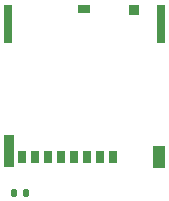
<source format=gbr>
%TF.GenerationSoftware,KiCad,Pcbnew,9.0.4*%
%TF.CreationDate,2025-10-26T17:47:32+01:00*%
%TF.ProjectId,esp32_fpga,65737033-325f-4667-9067-612e6b696361,rev?*%
%TF.SameCoordinates,Original*%
%TF.FileFunction,Paste,Top*%
%TF.FilePolarity,Positive*%
%FSLAX46Y46*%
G04 Gerber Fmt 4.6, Leading zero omitted, Abs format (unit mm)*
G04 Created by KiCad (PCBNEW 9.0.4) date 2025-10-26 17:47:32*
%MOMM*%
%LPD*%
G01*
G04 APERTURE LIST*
G04 Aperture macros list*
%AMRoundRect*
0 Rectangle with rounded corners*
0 $1 Rounding radius*
0 $2 $3 $4 $5 $6 $7 $8 $9 X,Y pos of 4 corners*
0 Add a 4 corners polygon primitive as box body*
4,1,4,$2,$3,$4,$5,$6,$7,$8,$9,$2,$3,0*
0 Add four circle primitives for the rounded corners*
1,1,$1+$1,$2,$3*
1,1,$1+$1,$4,$5*
1,1,$1+$1,$6,$7*
1,1,$1+$1,$8,$9*
0 Add four rect primitives between the rounded corners*
20,1,$1+$1,$2,$3,$4,$5,0*
20,1,$1+$1,$4,$5,$6,$7,0*
20,1,$1+$1,$6,$7,$8,$9,0*
20,1,$1+$1,$8,$9,$2,$3,0*%
G04 Aperture macros list end*
%ADD10R,0.700000X1.100000*%
%ADD11R,0.900000X0.930000*%
%ADD12R,1.050000X0.780000*%
%ADD13R,0.700000X3.330000*%
%ADD14R,0.860000X2.800000*%
%ADD15R,1.140000X1.830000*%
%ADD16RoundRect,0.140000X0.140000X0.170000X-0.140000X0.170000X-0.140000X-0.170000X0.140000X-0.170000X0*%
G04 APERTURE END LIST*
D10*
%TO.C,J6*%
X129410000Y-67305000D03*
X128310000Y-67305000D03*
X127210000Y-67305000D03*
X126110000Y-67305000D03*
X125010000Y-67305000D03*
X123910000Y-67305000D03*
X122810000Y-67305000D03*
X121710000Y-67305000D03*
D11*
X131200000Y-54840000D03*
D12*
X126935000Y-54765000D03*
D13*
X120550000Y-56040000D03*
D14*
X120630000Y-66805000D03*
D15*
X133290000Y-67290000D03*
D13*
X133510000Y-56040000D03*
%TD*%
D16*
%TO.C,C11*%
X121070000Y-70290000D03*
X122030000Y-70290000D03*
%TD*%
M02*

</source>
